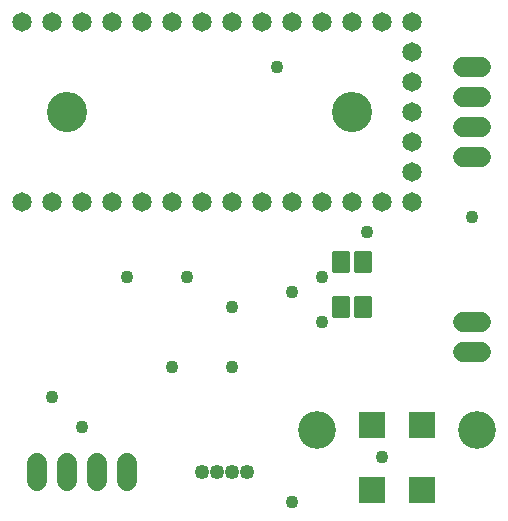
<source format=gbs>
G75*
%MOIN*%
%OFA0B0*%
%FSLAX25Y25*%
%IPPOS*%
%LPD*%
%AMOC8*
5,1,8,0,0,1.08239X$1,22.5*
%
%ADD10C,0.13398*%
%ADD11C,0.01184*%
%ADD12C,0.04934*%
%ADD13C,0.06800*%
%ADD14C,0.06500*%
%ADD15R,0.09068X0.09068*%
%ADD16C,0.12611*%
%ADD17C,0.04343*%
D10*
X0026800Y0186256D03*
X0121800Y0186256D03*
D11*
X0120427Y0133397D02*
X0115693Y0133397D01*
X0115693Y0139115D01*
X0120427Y0139115D01*
X0120427Y0133397D01*
X0120427Y0134580D02*
X0115693Y0134580D01*
X0115693Y0135763D02*
X0120427Y0135763D01*
X0120427Y0136946D02*
X0115693Y0136946D01*
X0115693Y0138129D02*
X0120427Y0138129D01*
X0123173Y0133397D02*
X0127907Y0133397D01*
X0123173Y0133397D02*
X0123173Y0139115D01*
X0127907Y0139115D01*
X0127907Y0133397D01*
X0127907Y0134580D02*
X0123173Y0134580D01*
X0123173Y0135763D02*
X0127907Y0135763D01*
X0127907Y0136946D02*
X0123173Y0136946D01*
X0123173Y0138129D02*
X0127907Y0138129D01*
X0127907Y0118397D02*
X0123173Y0118397D01*
X0123173Y0124115D01*
X0127907Y0124115D01*
X0127907Y0118397D01*
X0127907Y0119580D02*
X0123173Y0119580D01*
X0123173Y0120763D02*
X0127907Y0120763D01*
X0127907Y0121946D02*
X0123173Y0121946D01*
X0123173Y0123129D02*
X0127907Y0123129D01*
X0120427Y0118397D02*
X0115693Y0118397D01*
X0115693Y0124115D01*
X0120427Y0124115D01*
X0120427Y0118397D01*
X0120427Y0119580D02*
X0115693Y0119580D01*
X0115693Y0120763D02*
X0120427Y0120763D01*
X0120427Y0121946D02*
X0115693Y0121946D01*
X0115693Y0123129D02*
X0120427Y0123129D01*
D12*
X0086800Y0066256D03*
X0081800Y0066256D03*
X0076800Y0066256D03*
X0071800Y0066256D03*
D13*
X0016800Y0063256D02*
X0016800Y0069256D01*
X0026800Y0069256D02*
X0026800Y0063256D01*
X0036800Y0063256D02*
X0036800Y0069256D01*
X0046800Y0069256D02*
X0046800Y0063256D01*
X0158800Y0106256D02*
X0164800Y0106256D01*
X0164800Y0116256D02*
X0158800Y0116256D01*
X0158800Y0171256D02*
X0164800Y0171256D01*
X0164800Y0181256D02*
X0158800Y0181256D01*
X0158800Y0191256D02*
X0164800Y0191256D01*
X0164800Y0201256D02*
X0158800Y0201256D01*
D14*
X0141800Y0206256D03*
X0141800Y0216256D03*
X0131800Y0216256D03*
X0121800Y0216256D03*
X0111800Y0216256D03*
X0101800Y0216256D03*
X0091800Y0216256D03*
X0081800Y0216256D03*
X0071800Y0216256D03*
X0061800Y0216256D03*
X0051800Y0216256D03*
X0041800Y0216256D03*
X0031800Y0216256D03*
X0021800Y0216256D03*
X0011800Y0216256D03*
X0011800Y0156256D03*
X0021800Y0156256D03*
X0031800Y0156256D03*
X0041800Y0156256D03*
X0051800Y0156256D03*
X0061800Y0156256D03*
X0071800Y0156256D03*
X0081800Y0156256D03*
X0091800Y0156256D03*
X0101800Y0156256D03*
X0111800Y0156256D03*
X0121800Y0156256D03*
X0131800Y0156256D03*
X0141800Y0156256D03*
X0141800Y0166256D03*
X0141800Y0176256D03*
X0141800Y0186256D03*
X0141800Y0196256D03*
D15*
X0145068Y0082083D03*
X0145068Y0060429D03*
X0128532Y0060429D03*
X0128532Y0082083D03*
D16*
X0110028Y0080272D03*
X0163572Y0080272D03*
D17*
X0131800Y0071256D03*
X0101800Y0056256D03*
X0081800Y0101256D03*
X0081800Y0121256D03*
X0066800Y0131256D03*
X0046800Y0131256D03*
X0061800Y0101256D03*
X0031800Y0081256D03*
X0021800Y0091256D03*
X0101800Y0126256D03*
X0111800Y0131256D03*
X0111800Y0116256D03*
X0126800Y0146256D03*
X0161800Y0151256D03*
X0096800Y0201256D03*
M02*

</source>
